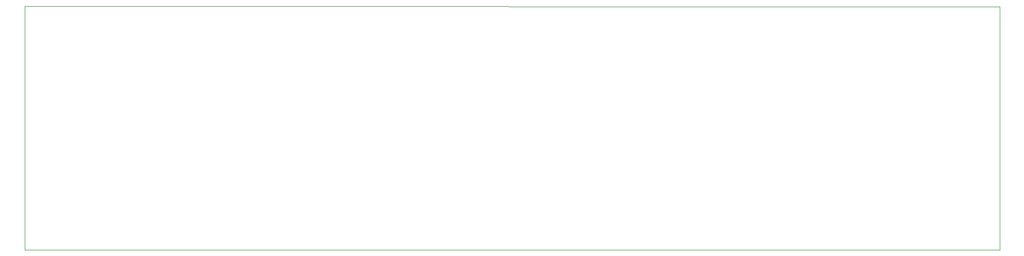
<source format=gm1>
G04 #@! TF.GenerationSoftware,KiCad,Pcbnew,5.1.4+dfsg1-1*
G04 #@! TF.CreationDate,2020-03-13T14:03:13-04:00*
G04 #@! TF.ProjectId,led_panel,6c65645f-7061-46e6-956c-2e6b69636164,rev?*
G04 #@! TF.SameCoordinates,Original*
G04 #@! TF.FileFunction,Profile,NP*
%FSLAX46Y46*%
G04 Gerber Fmt 4.6, Leading zero omitted, Abs format (unit mm)*
G04 Created by KiCad (PCBNEW 5.1.4+dfsg1-1) date 2020-03-13 14:03:13*
%MOMM*%
%LPD*%
G04 APERTURE LIST*
%ADD10C,0.050000*%
G04 APERTURE END LIST*
D10*
X27305000Y-21082000D02*
X27305000Y-61214000D01*
X187325000Y-21209000D02*
X27305000Y-21082000D01*
X187325000Y-61214000D02*
X187325000Y-21209000D01*
X27305000Y-61214000D02*
X187325000Y-61214000D01*
M02*

</source>
